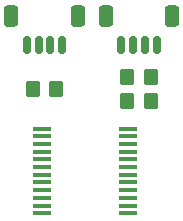
<source format=gbr>
%TF.GenerationSoftware,KiCad,Pcbnew,(6.0.7)*%
%TF.CreationDate,2022-09-23T22:10:56-05:00*%
%TF.ProjectId,PCA9535,50434139-3533-4352-9e6b-696361645f70,rev?*%
%TF.SameCoordinates,Original*%
%TF.FileFunction,Paste,Top*%
%TF.FilePolarity,Positive*%
%FSLAX46Y46*%
G04 Gerber Fmt 4.6, Leading zero omitted, Abs format (unit mm)*
G04 Created by KiCad (PCBNEW (6.0.7)) date 2022-09-23 22:10:56*
%MOMM*%
%LPD*%
G01*
G04 APERTURE LIST*
G04 Aperture macros list*
%AMRoundRect*
0 Rectangle with rounded corners*
0 $1 Rounding radius*
0 $2 $3 $4 $5 $6 $7 $8 $9 X,Y pos of 4 corners*
0 Add a 4 corners polygon primitive as box body*
4,1,4,$2,$3,$4,$5,$6,$7,$8,$9,$2,$3,0*
0 Add four circle primitives for the rounded corners*
1,1,$1+$1,$2,$3*
1,1,$1+$1,$4,$5*
1,1,$1+$1,$6,$7*
1,1,$1+$1,$8,$9*
0 Add four rect primitives between the rounded corners*
20,1,$1+$1,$2,$3,$4,$5,0*
20,1,$1+$1,$4,$5,$6,$7,0*
20,1,$1+$1,$6,$7,$8,$9,0*
20,1,$1+$1,$8,$9,$2,$3,0*%
G04 Aperture macros list end*
%ADD10R,1.639799X0.431000*%
%ADD11RoundRect,0.150000X-0.150000X-0.625000X0.150000X-0.625000X0.150000X0.625000X-0.150000X0.625000X0*%
%ADD12RoundRect,0.250000X-0.350000X-0.650000X0.350000X-0.650000X0.350000X0.650000X-0.350000X0.650000X0*%
%ADD13RoundRect,0.250000X0.350000X0.450000X-0.350000X0.450000X-0.350000X-0.450000X0.350000X-0.450000X0*%
%ADD14RoundRect,0.250000X-0.350000X-0.450000X0.350000X-0.450000X0.350000X0.450000X-0.350000X0.450000X0*%
G04 APERTURE END LIST*
D10*
%TO.C,U1*%
X124786900Y-80377501D03*
X124786900Y-81027500D03*
X124786900Y-81677498D03*
X124786900Y-82327499D03*
X124786900Y-82977498D03*
X124786900Y-83627499D03*
X124786900Y-84277498D03*
X124786900Y-84927499D03*
X124786900Y-85577498D03*
X124786900Y-86227499D03*
X124786900Y-86877498D03*
X124786900Y-87527499D03*
X132051300Y-87527499D03*
X132051300Y-86877500D03*
X132051300Y-86227499D03*
X132051300Y-85577501D03*
X132051300Y-84927499D03*
X132051300Y-84277501D03*
X132051300Y-83627502D03*
X132051300Y-82977501D03*
X132051300Y-82327502D03*
X132051300Y-81677501D03*
X132051300Y-81027502D03*
X132051300Y-80377501D03*
%TD*%
D11*
%TO.C,J1*%
X131500000Y-73325000D03*
X132500000Y-73325000D03*
X133500000Y-73325000D03*
X134500000Y-73325000D03*
D12*
X130200000Y-70800000D03*
X135800000Y-70800000D03*
%TD*%
D13*
%TO.C,R1*%
X134000000Y-78000000D03*
X132000000Y-78000000D03*
%TD*%
%TO.C,R2*%
X134000000Y-76000000D03*
X132000000Y-76000000D03*
%TD*%
D11*
%TO.C,J2*%
X123500000Y-73325000D03*
X124500000Y-73325000D03*
X125500000Y-73325000D03*
X126500000Y-73325000D03*
D12*
X122200000Y-70800000D03*
X127800000Y-70800000D03*
%TD*%
D14*
%TO.C,R3*%
X124000000Y-77000000D03*
X126000000Y-77000000D03*
%TD*%
M02*

</source>
